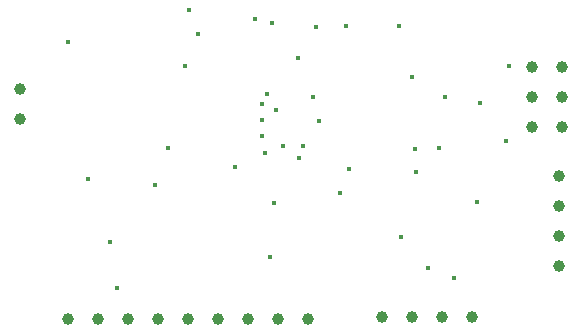
<source format=gbr>
%TF.GenerationSoftware,KiCad,Pcbnew,7.99.0-4047-gfc85112a72*%
%TF.CreationDate,2024-01-03T20:56:32+03:00*%
%TF.ProjectId,Prj 3 MCU DataLogger,50726a20-3320-44d4-9355-20446174614c,Version-1*%
%TF.SameCoordinates,Original*%
%TF.FileFunction,Plated,1,4,PTH,Drill*%
%TF.FilePolarity,Positive*%
%FSLAX46Y46*%
G04 Gerber Fmt 4.6, Leading zero omitted, Abs format (unit mm)*
G04 Created by KiCad (PCBNEW 7.99.0-4047-gfc85112a72) date 2024-01-03 20:56:32*
%MOMM*%
%LPD*%
G01*
G04 APERTURE LIST*
%TA.AperFunction,ViaDrill*%
%ADD10C,0.400000*%
%TD*%
%TA.AperFunction,ComponentDrill*%
%ADD11C,1.000000*%
%TD*%
G04 APERTURE END LIST*
D10*
X94919800Y-76174600D03*
X96647000Y-87833200D03*
X98526600Y-93167200D03*
X99060000Y-97053400D03*
X102311200Y-88341200D03*
X103428800Y-85191600D03*
X104876600Y-78232000D03*
X105181400Y-73482200D03*
X105918000Y-75514200D03*
X109055982Y-86811985D03*
X110794800Y-74295000D03*
X111328200Y-84124800D03*
X111353600Y-81483200D03*
X111379000Y-82804000D03*
X111633000Y-85572600D03*
X111812244Y-80594577D03*
X112014000Y-94386400D03*
X112242600Y-74625200D03*
X112420400Y-89839800D03*
X112547400Y-81940400D03*
X113182400Y-85013800D03*
X114401600Y-77571600D03*
X114491600Y-86055200D03*
X114801638Y-84999793D03*
X115722400Y-80877174D03*
X115900200Y-74904600D03*
X116179600Y-82905600D03*
X117957600Y-88987800D03*
X118440200Y-74853800D03*
X118731200Y-86998448D03*
X122961400Y-74853800D03*
X123164600Y-92735400D03*
X124104400Y-79171800D03*
X124333000Y-85267800D03*
X124417000Y-87172800D03*
X125399800Y-95326200D03*
X126314200Y-85191600D03*
X126847600Y-80848200D03*
X127584200Y-96215200D03*
X129565400Y-89763600D03*
X129819400Y-81407000D03*
X132029200Y-84607400D03*
X132257800Y-78257400D03*
D11*
%TO.C,BT1*%
X90855800Y-80192800D03*
X90855800Y-82732800D03*
%TO.C,J3*%
X94945200Y-99669600D03*
X97485200Y-99669600D03*
X100025200Y-99669600D03*
X102565200Y-99669600D03*
X105105200Y-99669600D03*
X107645200Y-99669600D03*
X110185200Y-99669600D03*
X112725200Y-99669600D03*
X115265200Y-99669600D03*
%TO.C,J2*%
X121564400Y-99491800D03*
X124104400Y-99491800D03*
X126644400Y-99491800D03*
X129184400Y-99491800D03*
%TO.C,J4*%
X134264400Y-78282800D03*
X134264400Y-80822800D03*
X134264400Y-83362800D03*
%TO.C,J1*%
X136474200Y-87569200D03*
X136474200Y-90109200D03*
X136474200Y-92649200D03*
X136474200Y-95189200D03*
%TO.C,J4*%
X136804400Y-78282800D03*
X136804400Y-80822800D03*
X136804400Y-83362800D03*
M02*

</source>
